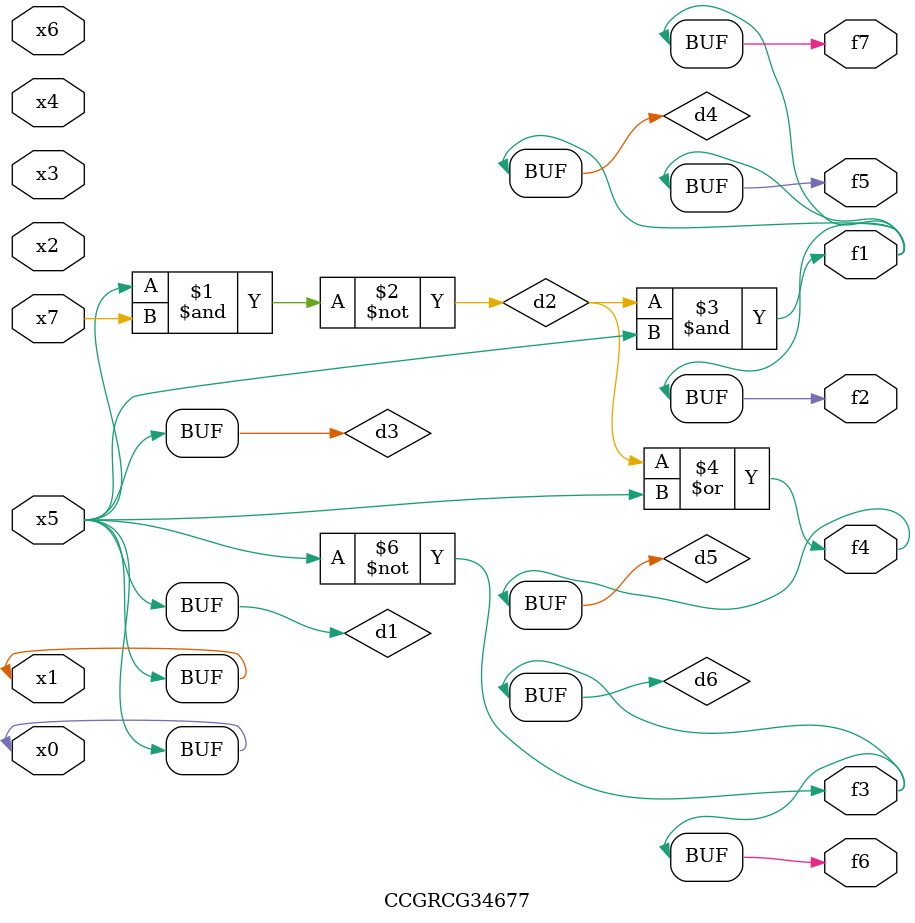
<source format=v>
module CCGRCG34677(
	input x0, x1, x2, x3, x4, x5, x6, x7,
	output f1, f2, f3, f4, f5, f6, f7
);

	wire d1, d2, d3, d4, d5, d6;

	buf (d1, x0, x5);
	nand (d2, x5, x7);
	buf (d3, x0, x1);
	and (d4, d2, d3);
	or (d5, d2, d3);
	nor (d6, d1, d3);
	assign f1 = d4;
	assign f2 = d4;
	assign f3 = d6;
	assign f4 = d5;
	assign f5 = d4;
	assign f6 = d6;
	assign f7 = d4;
endmodule

</source>
